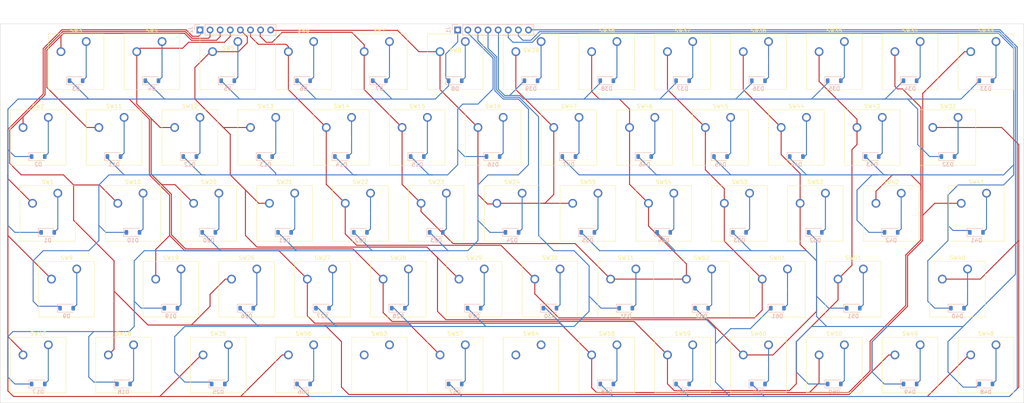
<source format=kicad_pcb>
(kicad_pcb (version 20221018) (generator pcbnew)

  (general
    (thickness 1.6)
  )

  (paper "A3")
  (layers
    (0 "F.Cu" signal)
    (31 "B.Cu" signal)
    (32 "B.Adhes" user "B.Adhesive")
    (33 "F.Adhes" user "F.Adhesive")
    (34 "B.Paste" user)
    (35 "F.Paste" user)
    (36 "B.SilkS" user "B.Silkscreen")
    (37 "F.SilkS" user "F.Silkscreen")
    (38 "B.Mask" user)
    (39 "F.Mask" user)
    (40 "Dwgs.User" user "User.Drawings")
    (41 "Cmts.User" user "User.Comments")
    (42 "Eco1.User" user "User.Eco1")
    (43 "Eco2.User" user "User.Eco2")
    (44 "Edge.Cuts" user)
    (45 "Margin" user)
    (46 "B.CrtYd" user "B.Courtyard")
    (47 "F.CrtYd" user "F.Courtyard")
    (48 "B.Fab" user)
    (49 "F.Fab" user)
    (50 "User.1" user)
    (51 "User.2" user)
    (52 "User.3" user)
    (53 "User.4" user)
    (54 "User.5" user)
    (55 "User.6" user)
    (56 "User.7" user)
    (57 "User.8" user)
    (58 "User.9" user)
  )

  (setup
    (pad_to_mask_clearance 0)
    (pcbplotparams
      (layerselection 0x00010fc_ffffffff)
      (plot_on_all_layers_selection 0x0000000_00000000)
      (disableapertmacros false)
      (usegerberextensions false)
      (usegerberattributes true)
      (usegerberadvancedattributes true)
      (creategerberjobfile true)
      (dashed_line_dash_ratio 12.000000)
      (dashed_line_gap_ratio 3.000000)
      (svgprecision 4)
      (plotframeref false)
      (viasonmask false)
      (mode 1)
      (useauxorigin false)
      (hpglpennumber 1)
      (hpglpenspeed 20)
      (hpglpendiameter 15.000000)
      (dxfpolygonmode true)
      (dxfimperialunits true)
      (dxfusepcbnewfont true)
      (psnegative false)
      (psa4output false)
      (plotreference true)
      (plotvalue true)
      (plotinvisibletext false)
      (sketchpadsonfab false)
      (subtractmaskfromsilk false)
      (outputformat 1)
      (mirror false)
      (drillshape 1)
      (scaleselection 1)
      (outputdirectory "")
    )
  )

  (net 0 "")
  (net 1 "Net-(D1-K)")
  (net 2 "Net-(D1-A)")
  (net 3 "Net-(D10-A)")
  (net 4 "Net-(D10-K)")
  (net 5 "Net-(D17-K)")
  (net 6 "Net-(D17-A)")
  (net 7 "Net-(D25-K)")
  (net 8 "Net-(D25-A)")
  (net 9 "Net-(D32-K)")
  (net 10 "Net-(D33-A)")
  (net 11 "Net-(D40-K)")
  (net 12 "Net-(D41-A)")
  (net 13 "Net-(D48-K)")
  (net 14 "Net-(D49-A)")
  (net 15 "Net-(D56-K)")
  (net 16 "Net-(D56-A)")
  (net 17 "Net-(J2-Pin_1)")
  (net 18 "Net-(J2-Pin_2)")
  (net 19 "Net-(J2-Pin_3)")
  (net 20 "Net-(J2-Pin_4)")
  (net 21 "Net-(J2-Pin_5)")
  (net 22 "Net-(J2-Pin_6)")
  (net 23 "Net-(J2-Pin_7)")
  (net 24 "Net-(J2-Pin_8)")
  (net 25 "unconnected-(SW63-Pad1)")
  (net 26 "unconnected-(SW63-Pad2)")
  (net 27 "unconnected-(SW64-Pad1)")
  (net 28 "unconnected-(SW64-Pad2)")
  (net 29 "Net-(D2-A)")
  (net 30 "Net-(D3-A)")
  (net 31 "Net-(D4-A)")
  (net 32 "Net-(D5-A)")
  (net 33 "Net-(D6-A)")
  (net 34 "Net-(D7-A)")
  (net 35 "Net-(D8-A)")
  (net 36 "Net-(D9-A)")
  (net 37 "Net-(D11-A)")
  (net 38 "Net-(D12-A)")
  (net 39 "Net-(D13-A)")
  (net 40 "Net-(D14-A)")
  (net 41 "Net-(D15-A)")
  (net 42 "Net-(D16-A)")
  (net 43 "Net-(D18-A)")
  (net 44 "Net-(D19-A)")
  (net 45 "Net-(D20-A)")
  (net 46 "Net-(D21-A)")
  (net 47 "Net-(D22-A)")
  (net 48 "Net-(D23-A)")
  (net 49 "Net-(D24-A)")
  (net 50 "Net-(D26-A)")
  (net 51 "Net-(D27-A)")
  (net 52 "Net-(D28-A)")
  (net 53 "Net-(D29-A)")
  (net 54 "Net-(D30-A)")
  (net 55 "Net-(D31-A)")
  (net 56 "Net-(D32-A)")
  (net 57 "Net-(D34-A)")
  (net 58 "Net-(D35-A)")
  (net 59 "Net-(D36-A)")
  (net 60 "Net-(D37-A)")
  (net 61 "Net-(D38-A)")
  (net 62 "Net-(D39-A)")
  (net 63 "Net-(D40-A)")
  (net 64 "Net-(D42-A)")
  (net 65 "Net-(D43-A)")
  (net 66 "Net-(D44-A)")
  (net 67 "Net-(D45-A)")
  (net 68 "Net-(D46-A)")
  (net 69 "Net-(D47-A)")
  (net 70 "Net-(D48-A)")
  (net 71 "Net-(D50-A)")
  (net 72 "Net-(D51-A)")
  (net 73 "Net-(D52-A)")
  (net 74 "Net-(D53-A)")
  (net 75 "Net-(D54-A)")
  (net 76 "Net-(D55-A)")
  (net 77 "Net-(D57-A)")
  (net 78 "Net-(D58-A)")
  (net 79 "Net-(D59-A)")
  (net 80 "Net-(D60-A)")
  (net 81 "Net-(D61-A)")
  (net 82 "Net-(D62-A)")

  (footprint "Button_Switch_Keyboard:SW_Cherry_MX_1.00u_PCB" (layer "F.Cu") (at 285.75 116.36375))

  (footprint "Button_Switch_Keyboard:SW_Cherry_MX_1.00u_PCB" (layer "F.Cu") (at 261.9375 154.46375))

  (footprint "Button_Switch_Keyboard:SW_Cherry_MX_1.00u_PCB" (layer "F.Cu") (at 114.3 116.36375))

  (footprint "Button_Switch_Keyboard:SW_Cherry_MX_1.00u_PCB" (layer "F.Cu") (at 252.4125 135.41375))

  (footprint "Button_Switch_Keyboard:SW_Cherry_MX_1.25u_PCB" (layer "F.Cu") (at 140.49375 173.51375))

  (footprint "Button_Switch_Keyboard:SW_Cherry_MX_1.00u_PCB" (layer "F.Cu") (at 276.225 173.51375))

  (footprint "Button_Switch_Keyboard:SW_Cherry_MX_1.00u_PCB" (layer "F.Cu") (at 257.175 97.31375))

  (footprint "Button_Switch_Keyboard:SW_Cherry_MX_1.00u_PCB" (layer "F.Cu") (at 214.3125 135.41375))

  (footprint "Button_Switch_Keyboard:SW_Cherry_MX_1.00u_PCB" (layer "F.Cu") (at 180.975 97.31375))

  (footprint "Button_Switch_Keyboard:SW_Cherry_MX_1.00u_PCB" (layer "F.Cu") (at 200.025 173.51375))

  (footprint "Button_Switch_Keyboard:SW_Cherry_MX_1.00u_PCB" (layer "F.Cu") (at 200.025 97.31375))

  (footprint "Button_Switch_Keyboard:SW_Cherry_MX_1.00u_PCB" (layer "F.Cu") (at 233.3625 135.41375))

  (footprint "Button_Switch_Keyboard:SW_Cherry_MX_1.00u_PCB" (layer "F.Cu") (at 304.8 116.36375))

  (footprint "Button_Switch_Keyboard:SW_Cherry_MX_1.00u_PCB" (layer "F.Cu") (at 95.25 116.36375))

  (footprint "Button_Switch_Keyboard:SW_Cherry_MX_1.00u_PCB" (layer "F.Cu") (at 295.275 97.31375))

  (footprint "Button_Switch_Keyboard:SW_Cherry_MX_1.00u_PCB" (layer "F.Cu") (at 147.6375 154.46375))

  (footprint "Button_Switch_Keyboard:SW_Cherry_MX_1.00u_PCB" (layer "F.Cu") (at 152.4 116.36375))

  (footprint "Button_Switch_Keyboard:SW_Cherry_MX_1.00u_PCB" (layer "F.Cu") (at 290.5125 135.41375))

  (footprint "Button_Switch_Keyboard:SW_Cherry_MX_1.00u_PCB" (layer "F.Cu") (at 119.0625 135.41375))

  (footprint "Button_Switch_Keyboard:SW_Cherry_MX_1.00u_PCB" (layer "F.Cu") (at 142.875 97.31375))

  (footprint "Button_Switch_Keyboard:SW_Cherry_MX_1.00u_PCB" (layer "F.Cu") (at 276.225 97.31375))

  (footprint "Button_Switch_Keyboard:SW_Cherry_MX_1.00u_PCB" (layer "F.Cu") (at 323.85 116.36375))

  (footprint "Button_Switch_Keyboard:SW_Cherry_MX_1.00u_PCB" (layer "F.Cu") (at 309.5625 135.41375))

  (footprint "Button_Switch_Keyboard:SW_Cherry_MX_1.00u_PCB" (layer "F.Cu") (at 185.7375 154.46375))

  (footprint "Button_Switch_Keyboard:SW_Cherry_MX_1.25u_PCB" (layer "F.Cu") (at 97.63125 135.41375))

  (footprint "Button_Switch_Keyboard:SW_Cherry_MX_1.00u_PCB" (layer "F.Cu") (at 219.075 173.51375))

  (footprint "Button_Switch_Keyboard:SW_Cherry_MX_1.00u_PCB" (layer "F.Cu") (at 280.9875 154.46375))

  (footprint "Button_Switch_Keyboard:SW_Cherry_MX_1.00u_PCB" (layer "F.Cu") (at 204.7875 154.46375))

  (footprint "Button_Switch_Keyboard:SW_Cherry_MX_1.00u_PCB" (layer "F.Cu") (at 300.0375 154.46375))

  (footprint "Button_Switch_Keyboard:SW_Cherry_MX_1.00u_PCB" (layer "F.Cu") (at 247.65 116.36375))

  (footprint "Button_Switch_Keyboard:SW_Cherry_MX_1.00u_PCB" (layer "F.Cu") (at 257.175 173.51375))

  (footprint "Button_Switch_Keyboard:SW_Cherry_MX_1.00u_PCB" (layer "F.Cu") (at 133.35 116.36375))

  (footprint "Button_Switch_Keyboard:SW_Cherry_MX_1.00u_PCB" (layer "F.Cu") (at 161.925 173.51375))

  (footprint "Button_Switch_Keyboard:SW_Cherry_MX_1.00u_PCB" (layer "F.Cu") (at 209.55 116.36375))

  (footprint "Button_Switch_Keyboard:SW_Cherry_MX_1.00u_PCB" (layer "F.Cu") (at 95.25 173.51375))

  (footprint "Button_Switch_Keyboard:SW_Cherry_MX_1.25u_PCB" (layer "F.Cu") (at 330.99375 135.41375))

  (footprint "Button_Switch_Keyboard:SW_Cherry_MX_1.00u_PCB" (layer "F.Cu") (at 128.5875 154.46375))

  (footprint "Button_Switch_Keyboard:SW_Cherry_MX_1.00u_PCB" (layer "F.Cu") (at 333.375 173.51375))

  (footprint "Button_Switch_Keyboard:SW_Cherry_MX_1.00u_PCB" (layer "F.Cu") (at 238.125 97.31375))

  (footprint "Button_Switch_Keyboard:SW_Cherry_MX_1.00u_PCB" (layer "F.Cu") (at 223.8375 154.46375))

  (footprint "Button_Switch_Keyboard:SW_Cherry_MX_1.00u_PCB" (layer "F.Cu") (at 219.075 97.31375))

  (footprint "Button_Switch_Keyboard:SW_Cherry_MX_1.00u_PCB" (layer "F.Cu")
    (tstamp a29d0987-fc1b-479e-89c1-4957eae3384f)
    (at 271.4625 135.41375)
    (descr "Cherry MX keyswitch, 1.00u, PCB mount, http://cherryamericas.com/wp-content/uploads/2014/12/mx_cat.pdf")
    (tags "Cherry MX keyswitch 1.00u PCB")
    (property "Sheetfile" "xantronix-z32.kicad_sch")
    (property "Sheetname" "")
    (property "ki_description" "Push button switch, generic, two pins")
    (property "ki_keywords" "switch normally-open pushbutton push-button")
    (path "/e818bc00-1e8f-44e3-b9f4-0bae43ab4fb8")
    (attr through_hole)
    (fp_text reference "SW53" (at -2.54 -2.794) (layer "F.SilkS")
        (effects (font (size 1 1) (thickness 0.15)))
      (tstamp cb3cf7f9-8c81-468e-8413-26def3be3526)
    )
    (fp_text value "SW_Push" (at -2.54 12.954) (layer "F.Fab")
        (effects (font (size 1 1) (thickness 0.15)))
      (tstamp 5182fbc3-0c7b-453c-aafd-532198d8e30e)
    )
    (fp_text user "${REFERENCE}" (at -2.54 -2.794) (layer "F.Fab")
        (effects (font (size 1 1) (thickness 0.15)))
      (tstamp 68a1dcc7-8161-4f6b-9b42-7c6638961b1c)
    )
    (fp_line (start -9.525 -1.905) (end 4.445 -1.905)
      (stroke (width 0.12) (type solid)) (layer "F.SilkS") (tstamp 08667e8a-8c72-429f-b2e6-5db12ca88ec3))
    (fp_line (start -9.525 12.065) (end -9.525 -1.905)
      (stroke (width 0.12) (type solid)) (layer "F.SilkS") (tstamp 0c747d89-b9cd-4ce8-9ab2-10088c866c2a))
    (fp_line (start 4.445 -1.905) (end 4.445 12.065)
      (stroke (width 0.12) (type solid)) (layer "F.SilkS") (tstamp f19d8e3e-1608-4cbf-9820-4000cc5e77a2))
    (fp_line (start 4.445 12.065) (end -9.525 12.065)
      (stroke (width 0.12) (type solid)) (layer "F.SilkS") (tstamp 4c4f0c93-87ab-4c00-841e-6a65574447aa))
    (fp_line (start -12.065 -4.445) (end 6.985 -4.445)
      (stroke (width 0.15) (type solid)) (layer "Dwgs.User") (tstamp e7e1ea46-d40c-432d-9e55-5a9b96b52741))
    (fp_line (start -12.065 14.605) (end -12.065 -4.445)
      (stroke (width 0.15) (type solid)) (layer "Dwgs.User") (tstamp 8db66b3b-fa37-4c8f-aaa0-111a725d8bc4))
    (fp_line (start 6.985 -4.445) (end 6.985 14.605)
      (stroke (width 0.15) (type solid)) (layer "Dwgs.User") (tstamp b1ad30f7-8a1d-476a-a2c5-5037a5d7450c))
    (fp_line (start 6.985 14.605) (end -12.065 14.605)
      (stroke (width 0.15) (type solid)) (layer "Dwgs.User") (tstamp 4924eca8-f13b-43e7-a3d0-2f8a8208b8df))
    (fp_line (start -9.14 -1.52) (end 4.06 -1.52)
      (stroke (width 0.05) (type solid)) (layer "F.CrtYd") (tstamp 4c571deb-
... [482694 chars truncated]
</source>
